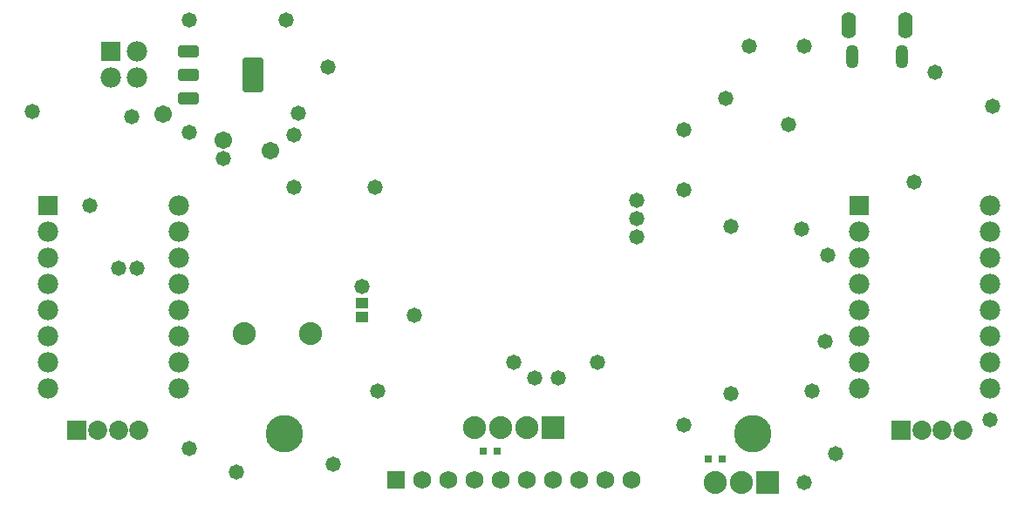
<source format=gbs>
G04*
G04 #@! TF.GenerationSoftware,Altium Limited,Altium Designer,22.0.2 (36)*
G04*
G04 Layer_Color=16711935*
%FSLAX25Y25*%
%MOIN*%
G70*
G04*
G04 #@! TF.SameCoordinates,A5FD766F-ED0D-4258-BB47-254A20FAC7F6*
G04*
G04*
G04 #@! TF.FilePolarity,Negative*
G04*
G01*
G75*
%ADD34R,0.02559X0.02756*%
%ADD40C,0.06706*%
%ADD56R,0.07800X0.07800*%
%ADD57C,0.07800*%
%ADD58C,0.08800*%
%ADD59C,0.00800*%
%ADD60R,0.08800X0.08800*%
%ADD61C,0.06800*%
%ADD62R,0.06800X0.06800*%
%ADD63C,0.07300*%
%ADD64R,0.07300X0.07300*%
%ADD65O,0.05524X0.10249*%
%ADD66O,0.04000X0.05748*%
%ADD67C,0.14343*%
%ADD68C,0.05800*%
G04:AMPARAMS|DCode=89|XSize=133.98mil|YSize=76.9mil|CornerRadius=6.07mil|HoleSize=0mil|Usage=FLASHONLY|Rotation=270.000|XOffset=0mil|YOffset=0mil|HoleType=Round|Shape=RoundedRectangle|*
%AMROUNDEDRECTD89*
21,1,0.13398,0.06476,0,0,270.0*
21,1,0.12185,0.07690,0,0,270.0*
1,1,0.01213,-0.03238,-0.06093*
1,1,0.01213,-0.03238,0.06093*
1,1,0.01213,0.03238,0.06093*
1,1,0.01213,0.03238,-0.06093*
%
%ADD89ROUNDEDRECTD89*%
G04:AMPARAMS|DCode=90|XSize=43.43mil|YSize=76.9mil|CornerRadius=5.95mil|HoleSize=0mil|Usage=FLASHONLY|Rotation=270.000|XOffset=0mil|YOffset=0mil|HoleType=Round|Shape=RoundedRectangle|*
%AMROUNDEDRECTD90*
21,1,0.04343,0.06500,0,0,270.0*
21,1,0.03154,0.07690,0,0,270.0*
1,1,0.01190,-0.03250,-0.01577*
1,1,0.01190,-0.03250,0.01577*
1,1,0.01190,0.03250,0.01577*
1,1,0.01190,0.03250,-0.01577*
%
%ADD90ROUNDEDRECTD90*%
%ADD91R,0.04540X0.04147*%
%ADD92O,0.04934X0.09068*%
D34*
X269343Y18000D02*
D03*
X274657D02*
D03*
X183343Y21000D02*
D03*
X188657D02*
D03*
D40*
X61000Y150000D02*
D03*
X102000Y136000D02*
D03*
X84000Y140000D02*
D03*
D56*
X327000Y115000D02*
D03*
X17000D02*
D03*
X41000Y174000D02*
D03*
D57*
X327000Y105000D02*
D03*
Y95000D02*
D03*
Y85000D02*
D03*
Y75000D02*
D03*
Y65000D02*
D03*
Y55000D02*
D03*
Y45000D02*
D03*
X377000D02*
D03*
Y55000D02*
D03*
Y65000D02*
D03*
Y75000D02*
D03*
Y85000D02*
D03*
Y105000D02*
D03*
Y95000D02*
D03*
Y115000D02*
D03*
X17000Y105000D02*
D03*
Y95000D02*
D03*
Y85000D02*
D03*
Y75000D02*
D03*
Y65000D02*
D03*
Y55000D02*
D03*
Y45000D02*
D03*
X67000D02*
D03*
Y55000D02*
D03*
Y65000D02*
D03*
Y75000D02*
D03*
Y85000D02*
D03*
Y105000D02*
D03*
Y95000D02*
D03*
Y115000D02*
D03*
X51000Y164000D02*
D03*
Y174000D02*
D03*
X41000Y164000D02*
D03*
D58*
X92000Y66000D02*
D03*
X117591D02*
D03*
X282000Y9000D02*
D03*
X272000D02*
D03*
X190000Y30000D02*
D03*
X200000D02*
D03*
X180000D02*
D03*
D59*
X92000Y66000D02*
D03*
D60*
X292000Y9000D02*
D03*
X210000Y30000D02*
D03*
D61*
X240000Y10000D02*
D03*
X230000D02*
D03*
X220000D02*
D03*
X210000D02*
D03*
X200000D02*
D03*
X190000D02*
D03*
X180000D02*
D03*
X170000D02*
D03*
X160000D02*
D03*
D62*
X150000D02*
D03*
D63*
X366748Y29000D02*
D03*
X358874D02*
D03*
X351000D02*
D03*
X51874D02*
D03*
X44000D02*
D03*
X36126D02*
D03*
D64*
X343126D02*
D03*
X28252D02*
D03*
D65*
X323272Y184000D02*
D03*
X344728D02*
D03*
D66*
X324453Y172071D02*
D03*
X343547D02*
D03*
D67*
X286432Y27605D02*
D03*
X107298D02*
D03*
D68*
X242000Y110000D02*
D03*
Y117000D02*
D03*
X124000Y168000D02*
D03*
X112800Y150200D02*
D03*
X260000Y144000D02*
D03*
X276000Y156000D02*
D03*
X315000Y96000D02*
D03*
X89000Y13000D02*
D03*
X378000Y153000D02*
D03*
X356000Y166000D02*
D03*
X306000Y176000D02*
D03*
X285000D02*
D03*
X278000Y107000D02*
D03*
X108000Y186000D02*
D03*
X71000D02*
D03*
X11000Y151000D02*
D03*
X111000Y142000D02*
D03*
X377000Y33000D02*
D03*
X309000Y44000D02*
D03*
X314000Y63000D02*
D03*
X278000Y43000D02*
D03*
X260000Y31000D02*
D03*
X71000Y143000D02*
D03*
X111000Y122000D02*
D03*
X142000D02*
D03*
X126000Y16000D02*
D03*
X143000Y44000D02*
D03*
X157000Y73000D02*
D03*
X71000Y22000D02*
D03*
X305000Y106000D02*
D03*
X260000Y121000D02*
D03*
X300000Y146000D02*
D03*
X242000Y103000D02*
D03*
X212000Y49000D02*
D03*
X227000Y55000D02*
D03*
X306000Y9000D02*
D03*
X318000Y20000D02*
D03*
X195000Y55000D02*
D03*
X203000Y49000D02*
D03*
X84000Y133000D02*
D03*
X49000Y149000D02*
D03*
X137000Y84000D02*
D03*
X33000Y115000D02*
D03*
X44000Y91000D02*
D03*
X51000D02*
D03*
X348000Y124000D02*
D03*
D89*
X95303Y165000D02*
D03*
D90*
X70697Y174055D02*
D03*
Y165000D02*
D03*
Y155945D02*
D03*
D91*
X137000Y72441D02*
D03*
Y77559D02*
D03*
D92*
X324453Y172071D02*
D03*
X343547D02*
D03*
M02*

</source>
